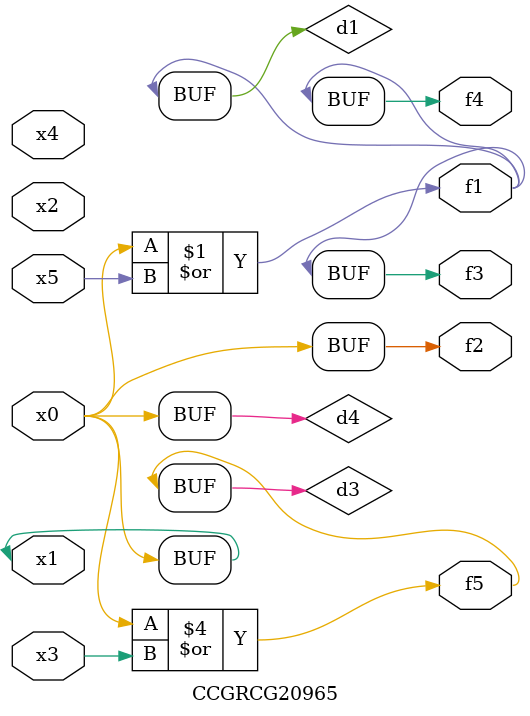
<source format=v>
module CCGRCG20965(
	input x0, x1, x2, x3, x4, x5,
	output f1, f2, f3, f4, f5
);

	wire d1, d2, d3, d4;

	or (d1, x0, x5);
	xnor (d2, x1, x4);
	or (d3, x0, x3);
	buf (d4, x0, x1);
	assign f1 = d1;
	assign f2 = d4;
	assign f3 = d1;
	assign f4 = d1;
	assign f5 = d3;
endmodule

</source>
